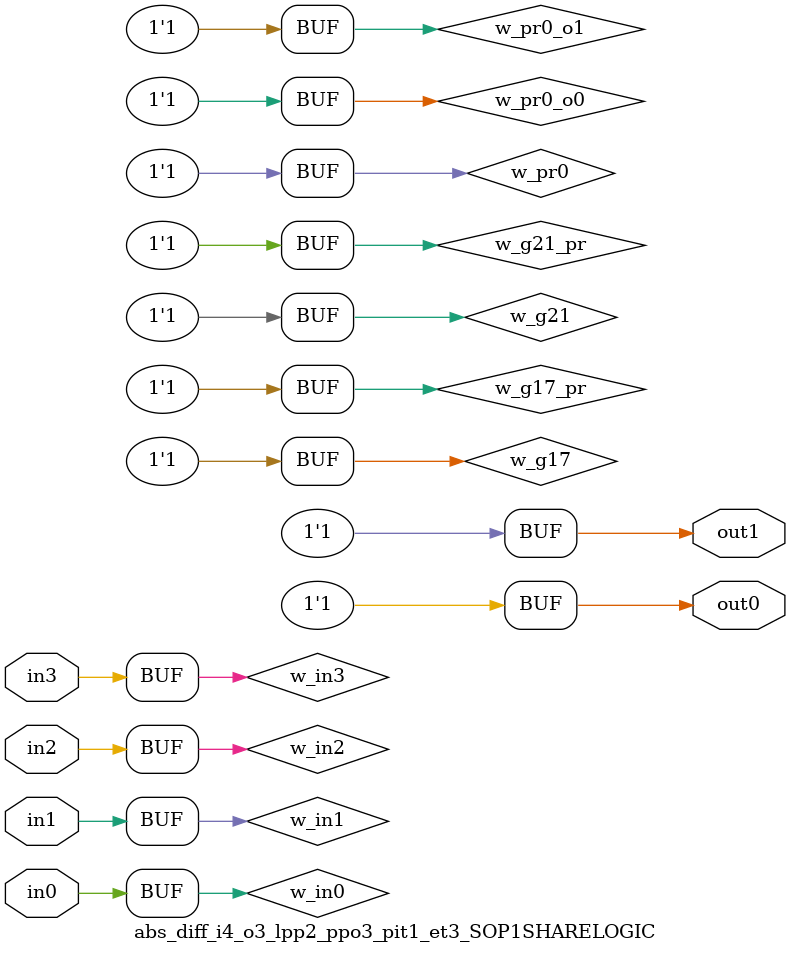
<source format=v>
module abs_diff_i4_o3_lpp2_ppo3_pit1_et3_SOP1SHARELOGIC (in0, in1, in2, in3, out0, out1);
// declaring inputs
input in0,  in1,  in2,  in3;
// declaring outputs
output out0,  out1;
// JSON model input
wire w_in3, w_in2, w_in1, w_in0;
// JSON model output
wire w_g17, w_g21;
//json model
wire w_g17_pr, w_g21_pr, w_pr0_o0, w_pr0_o1, w_pr0;
// JSON model input assign
assign w_in3 = in3;
assign w_in2 = in2;
assign w_in1 = in1;
assign w_in0 = in0;

//json model assigns (approximated Shared/XPAT part)
//assign literals to products
assign w_pr0 = 1;
//if a product has literals and if the product is being "activated" for that output
assign w_pr0_o0 = w_pr0 & 1;
assign w_pr0_o1 = w_pr0 & 1;
//compose an output with corresponding products (OR)
assign w_g17 = w_pr0_o0;
assign w_g21 = w_pr0_o1;
//if an output has products and if it is part of the JSON model
assign w_g17_pr = w_g17 & 1;
assign w_g21_pr = w_g21 & 1;
// output assigns
assign out0 = w_g17_pr;
assign out1 = w_g21_pr;
endmodule
</source>
